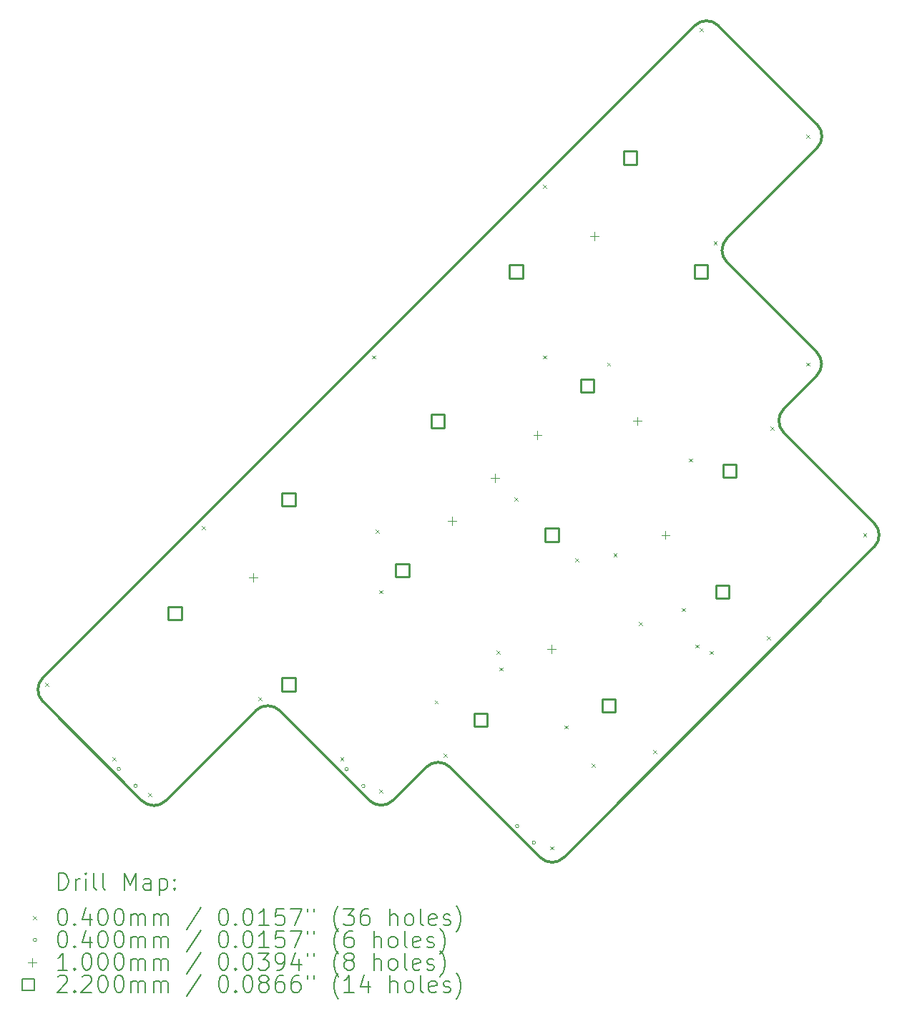
<source format=gbr>
%TF.GenerationSoftware,KiCad,Pcbnew,8.0.5*%
%TF.CreationDate,2024-09-18T07:32:04+09:00*%
%TF.ProjectId,SandyLP_Middle,53616e64-794c-4505-9f4d-6964646c652e,v.0*%
%TF.SameCoordinates,Original*%
%TF.FileFunction,Drillmap*%
%TF.FilePolarity,Positive*%
%FSLAX45Y45*%
G04 Gerber Fmt 4.5, Leading zero omitted, Abs format (unit mm)*
G04 Created by KiCad (PCBNEW 8.0.5) date 2024-09-18 07:32:04*
%MOMM*%
%LPD*%
G01*
G04 APERTURE LIST*
%ADD10C,0.300000*%
%ADD11C,0.200000*%
%ADD12C,0.100000*%
%ADD13C,0.220000*%
G04 APERTURE END LIST*
D10*
X11836527Y-9889275D02*
X10664056Y-8716804D01*
X12119370Y-9889275D02*
X13184273Y-8824373D01*
X14527776Y-9885033D02*
X13467116Y-8824373D01*
X14810618Y-9885033D02*
X15201295Y-9494356D01*
X16550101Y-10560320D02*
X15484138Y-9494356D01*
X16832944Y-10560320D02*
X20504298Y-6888370D01*
X20504298Y-6605527D02*
X19434334Y-5535563D01*
X19434334Y-5252721D02*
X19822536Y-4863105D01*
X19822536Y-4580262D02*
X18761335Y-3519062D01*
X18761335Y-3236219D02*
X19826945Y-2169195D01*
X18377884Y-720133D02*
X10664056Y-8433961D01*
X19826945Y-1886352D02*
X18660727Y-720133D01*
X10664056Y-8716804D02*
G75*
G02*
X10664056Y-8433961I141421J141421D01*
G01*
X12119370Y-9889275D02*
G75*
G02*
X11836527Y-9889276I-141421J141421D01*
G01*
X13184273Y-8824373D02*
G75*
G02*
X13467115Y-8824373I141421J-141421D01*
G01*
X14810618Y-9885033D02*
G75*
G02*
X14527776Y-9885033I-141421J141421D01*
G01*
X15201295Y-9494356D02*
G75*
G02*
X15484138Y-9494356I141421J-141421D01*
G01*
X16832944Y-10560320D02*
G75*
G02*
X16550101Y-10560320I-141421J141421D01*
G01*
X19434334Y-5535563D02*
G75*
G02*
X19434336Y-5252723I141409J141420D01*
G01*
X20504298Y-6605527D02*
G75*
G02*
X20504298Y-6888370I-141423J-141422D01*
G01*
X18761335Y-3519062D02*
G75*
G02*
X18761335Y-3236219I141421J141422D01*
G01*
X19822536Y-4580262D02*
G75*
G02*
X19822538Y-4863107I-141434J-141423D01*
G01*
X18377884Y-720133D02*
G75*
G02*
X18660726Y-720134I141421J-141421D01*
G01*
X19826945Y-1886352D02*
G75*
G02*
X19826945Y-2169195I-141419J-141421D01*
G01*
D11*
D12*
X10690507Y-8493469D02*
X10730507Y-8533469D01*
X10730507Y-8493469D02*
X10690507Y-8533469D01*
X11490312Y-9377464D02*
X11530312Y-9417464D01*
X11530312Y-9377464D02*
X11490312Y-9417464D01*
X11911261Y-9798414D02*
X11951261Y-9838414D01*
X11951261Y-9798414D02*
X11911261Y-9838414D01*
X12542686Y-6641290D02*
X12582686Y-6681290D01*
X12582686Y-6641290D02*
X12542686Y-6681290D01*
X13216206Y-8661849D02*
X13256206Y-8701849D01*
X13256206Y-8661849D02*
X13216206Y-8701849D01*
X14184391Y-9377464D02*
X14224391Y-9417464D01*
X14224391Y-9377464D02*
X14184391Y-9417464D01*
X14563242Y-4620734D02*
X14603242Y-4660734D01*
X14603242Y-4620734D02*
X14563242Y-4660734D01*
X14605341Y-6683385D02*
X14645341Y-6723385D01*
X14645341Y-6683385D02*
X14605341Y-6723385D01*
X14647432Y-9756318D02*
X14687432Y-9796318D01*
X14687432Y-9756318D02*
X14647432Y-9796318D01*
X14647436Y-7399000D02*
X14687436Y-7439000D01*
X14687436Y-7399000D02*
X14647436Y-7439000D01*
X15301509Y-8701845D02*
X15341509Y-8741845D01*
X15341509Y-8701845D02*
X15301509Y-8741845D01*
X15405141Y-9335368D02*
X15445141Y-9375368D01*
X15445141Y-9335368D02*
X15405141Y-9375368D01*
X16036570Y-8114614D02*
X16076570Y-8154614D01*
X16076570Y-8114614D02*
X16036570Y-8154614D01*
X16066728Y-8313157D02*
X16106728Y-8353157D01*
X16106728Y-8313157D02*
X16066728Y-8353157D01*
X16247045Y-6304530D02*
X16287045Y-6344530D01*
X16287045Y-6304530D02*
X16247045Y-6344530D01*
X16583805Y-2600171D02*
X16623805Y-2640171D01*
X16623805Y-2600171D02*
X16583805Y-2640171D01*
X16583805Y-4620731D02*
X16623805Y-4660731D01*
X16623805Y-4620731D02*
X16583805Y-4660731D01*
X16667990Y-10429837D02*
X16707990Y-10469837D01*
X16707990Y-10429837D02*
X16667990Y-10469837D01*
X16836375Y-8998609D02*
X16876375Y-9038609D01*
X16876375Y-8998609D02*
X16836375Y-9038609D01*
X16962660Y-7020145D02*
X17002660Y-7060145D01*
X17002660Y-7020145D02*
X16962660Y-7060145D01*
X17162965Y-9451378D02*
X17202965Y-9491378D01*
X17202965Y-9451378D02*
X17162965Y-9491378D01*
X17341515Y-4704921D02*
X17381515Y-4744921D01*
X17381515Y-4704921D02*
X17341515Y-4744921D01*
X17417523Y-6962362D02*
X17457523Y-7002362D01*
X17457523Y-6962362D02*
X17417523Y-7002362D01*
X17720370Y-7777854D02*
X17760370Y-7817854D01*
X17760370Y-7777854D02*
X17720370Y-7817854D01*
X17888750Y-9293274D02*
X17928750Y-9333274D01*
X17928750Y-9293274D02*
X17888750Y-9333274D01*
X18225509Y-7609474D02*
X18265509Y-7649474D01*
X18265509Y-7609474D02*
X18225509Y-7649474D01*
X18309699Y-5841485D02*
X18349699Y-5881485D01*
X18349699Y-5841485D02*
X18309699Y-5881485D01*
X18389795Y-8040700D02*
X18429795Y-8080700D01*
X18429795Y-8040700D02*
X18389795Y-8080700D01*
X18435978Y-747998D02*
X18475978Y-787998D01*
X18475978Y-747998D02*
X18435978Y-787998D01*
X18555965Y-8118200D02*
X18595965Y-8158200D01*
X18595965Y-8118200D02*
X18555965Y-8158200D01*
X18604358Y-3273696D02*
X18644358Y-3313696D01*
X18644358Y-3273696D02*
X18604358Y-3313696D01*
X19235789Y-7946234D02*
X19275789Y-7986234D01*
X19275789Y-7946234D02*
X19235789Y-7986234D01*
X19277877Y-5462633D02*
X19317877Y-5502633D01*
X19317877Y-5462633D02*
X19277877Y-5502633D01*
X19698826Y-2010847D02*
X19738826Y-2050847D01*
X19738826Y-2010847D02*
X19698826Y-2050847D01*
X19698826Y-4704924D02*
X19738826Y-4744924D01*
X19738826Y-4704924D02*
X19698826Y-4744924D01*
X20372346Y-6725481D02*
X20412346Y-6765481D01*
X20412346Y-6725481D02*
X20372346Y-6765481D01*
X11583233Y-9515572D02*
G75*
G02*
X11543233Y-9515572I-20000J0D01*
G01*
X11543233Y-9515572D02*
G75*
G02*
X11583233Y-9515572I20000J0D01*
G01*
X11781223Y-9713562D02*
G75*
G02*
X11741223Y-9713562I-20000J0D01*
G01*
X11741223Y-9713562D02*
G75*
G02*
X11781223Y-9713562I20000J0D01*
G01*
X14279081Y-9517343D02*
G75*
G02*
X14239081Y-9517343I-20000J0D01*
G01*
X14239081Y-9517343D02*
G75*
G02*
X14279081Y-9517343I20000J0D01*
G01*
X14477071Y-9715333D02*
G75*
G02*
X14437071Y-9715333I-20000J0D01*
G01*
X14437071Y-9715333D02*
G75*
G02*
X14477071Y-9715333I20000J0D01*
G01*
X16297868Y-10189092D02*
G75*
G02*
X16257868Y-10189092I-20000J0D01*
G01*
X16257868Y-10189092D02*
G75*
G02*
X16297868Y-10189092I20000J0D01*
G01*
X16495858Y-10387081D02*
G75*
G02*
X16455858Y-10387081I-20000J0D01*
G01*
X16455858Y-10387081D02*
G75*
G02*
X16495858Y-10387081I20000J0D01*
G01*
X13152014Y-7200621D02*
X13152014Y-7300621D01*
X13102014Y-7250621D02*
X13202014Y-7250621D01*
X15509331Y-6527102D02*
X15509331Y-6627102D01*
X15459331Y-6577102D02*
X15559331Y-6577102D01*
X16014471Y-6021962D02*
X16014471Y-6121962D01*
X15964471Y-6071962D02*
X16064471Y-6071962D01*
X16519610Y-5516823D02*
X16519610Y-5616823D01*
X16469610Y-5566823D02*
X16569610Y-5566823D01*
X16687990Y-8042520D02*
X16687990Y-8142520D01*
X16637990Y-8092520D02*
X16737990Y-8092520D01*
X17193129Y-3159506D02*
X17193129Y-3259506D01*
X17143129Y-3209506D02*
X17243129Y-3209506D01*
X17698269Y-5348443D02*
X17698269Y-5448443D01*
X17648269Y-5398443D02*
X17748269Y-5398443D01*
X18035028Y-6695481D02*
X18035028Y-6795481D01*
X17985028Y-6745481D02*
X18085028Y-6745481D01*
D13*
X12303707Y-7749353D02*
X12303707Y-7593788D01*
X12148142Y-7593788D01*
X12148142Y-7749353D01*
X12303707Y-7749353D01*
X13650746Y-6402314D02*
X13650746Y-6246749D01*
X13495181Y-6246749D01*
X13495181Y-6402314D01*
X13650746Y-6402314D01*
X13650746Y-8591252D02*
X13650746Y-8435687D01*
X13495181Y-8435687D01*
X13495181Y-8591252D01*
X13650746Y-8591252D01*
X14997784Y-7244213D02*
X14997784Y-7088648D01*
X14842219Y-7088648D01*
X14842219Y-7244213D01*
X14997784Y-7244213D01*
X15418734Y-5476226D02*
X15418734Y-5320661D01*
X15263169Y-5320661D01*
X15263169Y-5476226D01*
X15418734Y-5476226D01*
X15923873Y-9012201D02*
X15923873Y-8856636D01*
X15768308Y-8856636D01*
X15768308Y-9012201D01*
X15923873Y-9012201D01*
X16344823Y-3708238D02*
X16344823Y-3552673D01*
X16189258Y-3552673D01*
X16189258Y-3708238D01*
X16344823Y-3708238D01*
X16765772Y-6823264D02*
X16765772Y-6667699D01*
X16610207Y-6667699D01*
X16610207Y-6823264D01*
X16765772Y-6823264D01*
X17186722Y-5055276D02*
X17186722Y-4899711D01*
X17031157Y-4899711D01*
X17031157Y-5055276D01*
X17186722Y-5055276D01*
X17439292Y-8843822D02*
X17439292Y-8688257D01*
X17283727Y-8688257D01*
X17283727Y-8843822D01*
X17439292Y-8843822D01*
X17691861Y-2361199D02*
X17691861Y-2205634D01*
X17536296Y-2205634D01*
X17536296Y-2361199D01*
X17691861Y-2361199D01*
X18533760Y-3708238D02*
X18533760Y-3552673D01*
X18378195Y-3552673D01*
X18378195Y-3708238D01*
X18533760Y-3708238D01*
X18786330Y-7496783D02*
X18786330Y-7341218D01*
X18630765Y-7341218D01*
X18630765Y-7496783D01*
X18786330Y-7496783D01*
X18870520Y-6065555D02*
X18870520Y-5909990D01*
X18714955Y-5909990D01*
X18714955Y-6065555D01*
X18870520Y-6065555D01*
D11*
X10851254Y-10945382D02*
X10851254Y-10745382D01*
X10851254Y-10745382D02*
X10898873Y-10745382D01*
X10898873Y-10745382D02*
X10927445Y-10754906D01*
X10927445Y-10754906D02*
X10946492Y-10773954D01*
X10946492Y-10773954D02*
X10956016Y-10793001D01*
X10956016Y-10793001D02*
X10965540Y-10831097D01*
X10965540Y-10831097D02*
X10965540Y-10859668D01*
X10965540Y-10859668D02*
X10956016Y-10897763D01*
X10956016Y-10897763D02*
X10946492Y-10916811D01*
X10946492Y-10916811D02*
X10927445Y-10935859D01*
X10927445Y-10935859D02*
X10898873Y-10945382D01*
X10898873Y-10945382D02*
X10851254Y-10945382D01*
X11051254Y-10945382D02*
X11051254Y-10812049D01*
X11051254Y-10850144D02*
X11060778Y-10831097D01*
X11060778Y-10831097D02*
X11070302Y-10821573D01*
X11070302Y-10821573D02*
X11089349Y-10812049D01*
X11089349Y-10812049D02*
X11108397Y-10812049D01*
X11175064Y-10945382D02*
X11175064Y-10812049D01*
X11175064Y-10745382D02*
X11165540Y-10754906D01*
X11165540Y-10754906D02*
X11175064Y-10764430D01*
X11175064Y-10764430D02*
X11184587Y-10754906D01*
X11184587Y-10754906D02*
X11175064Y-10745382D01*
X11175064Y-10745382D02*
X11175064Y-10764430D01*
X11298873Y-10945382D02*
X11279825Y-10935859D01*
X11279825Y-10935859D02*
X11270302Y-10916811D01*
X11270302Y-10916811D02*
X11270302Y-10745382D01*
X11403635Y-10945382D02*
X11384587Y-10935859D01*
X11384587Y-10935859D02*
X11375063Y-10916811D01*
X11375063Y-10916811D02*
X11375063Y-10745382D01*
X11632206Y-10945382D02*
X11632206Y-10745382D01*
X11632206Y-10745382D02*
X11698873Y-10888239D01*
X11698873Y-10888239D02*
X11765540Y-10745382D01*
X11765540Y-10745382D02*
X11765540Y-10945382D01*
X11946492Y-10945382D02*
X11946492Y-10840620D01*
X11946492Y-10840620D02*
X11936968Y-10821573D01*
X11936968Y-10821573D02*
X11917921Y-10812049D01*
X11917921Y-10812049D02*
X11879825Y-10812049D01*
X11879825Y-10812049D02*
X11860778Y-10821573D01*
X11946492Y-10935859D02*
X11927444Y-10945382D01*
X11927444Y-10945382D02*
X11879825Y-10945382D01*
X11879825Y-10945382D02*
X11860778Y-10935859D01*
X11860778Y-10935859D02*
X11851254Y-10916811D01*
X11851254Y-10916811D02*
X11851254Y-10897763D01*
X11851254Y-10897763D02*
X11860778Y-10878716D01*
X11860778Y-10878716D02*
X11879825Y-10869192D01*
X11879825Y-10869192D02*
X11927444Y-10869192D01*
X11927444Y-10869192D02*
X11946492Y-10859668D01*
X12041730Y-10812049D02*
X12041730Y-11012049D01*
X12041730Y-10821573D02*
X12060778Y-10812049D01*
X12060778Y-10812049D02*
X12098873Y-10812049D01*
X12098873Y-10812049D02*
X12117921Y-10821573D01*
X12117921Y-10821573D02*
X12127444Y-10831097D01*
X12127444Y-10831097D02*
X12136968Y-10850144D01*
X12136968Y-10850144D02*
X12136968Y-10907287D01*
X12136968Y-10907287D02*
X12127444Y-10926335D01*
X12127444Y-10926335D02*
X12117921Y-10935859D01*
X12117921Y-10935859D02*
X12098873Y-10945382D01*
X12098873Y-10945382D02*
X12060778Y-10945382D01*
X12060778Y-10945382D02*
X12041730Y-10935859D01*
X12222683Y-10926335D02*
X12232206Y-10935859D01*
X12232206Y-10935859D02*
X12222683Y-10945382D01*
X12222683Y-10945382D02*
X12213159Y-10935859D01*
X12213159Y-10935859D02*
X12222683Y-10926335D01*
X12222683Y-10926335D02*
X12222683Y-10945382D01*
X12222683Y-10821573D02*
X12232206Y-10831097D01*
X12232206Y-10831097D02*
X12222683Y-10840620D01*
X12222683Y-10840620D02*
X12213159Y-10831097D01*
X12213159Y-10831097D02*
X12222683Y-10821573D01*
X12222683Y-10821573D02*
X12222683Y-10840620D01*
D12*
X10550477Y-11253898D02*
X10590477Y-11293898D01*
X10590477Y-11253898D02*
X10550477Y-11293898D01*
D11*
X10889349Y-11165382D02*
X10908397Y-11165382D01*
X10908397Y-11165382D02*
X10927445Y-11174906D01*
X10927445Y-11174906D02*
X10936968Y-11184430D01*
X10936968Y-11184430D02*
X10946492Y-11203477D01*
X10946492Y-11203477D02*
X10956016Y-11241573D01*
X10956016Y-11241573D02*
X10956016Y-11289192D01*
X10956016Y-11289192D02*
X10946492Y-11327287D01*
X10946492Y-11327287D02*
X10936968Y-11346335D01*
X10936968Y-11346335D02*
X10927445Y-11355858D01*
X10927445Y-11355858D02*
X10908397Y-11365382D01*
X10908397Y-11365382D02*
X10889349Y-11365382D01*
X10889349Y-11365382D02*
X10870302Y-11355858D01*
X10870302Y-11355858D02*
X10860778Y-11346335D01*
X10860778Y-11346335D02*
X10851254Y-11327287D01*
X10851254Y-11327287D02*
X10841730Y-11289192D01*
X10841730Y-11289192D02*
X10841730Y-11241573D01*
X10841730Y-11241573D02*
X10851254Y-11203477D01*
X10851254Y-11203477D02*
X10860778Y-11184430D01*
X10860778Y-11184430D02*
X10870302Y-11174906D01*
X10870302Y-11174906D02*
X10889349Y-11165382D01*
X11041730Y-11346335D02*
X11051254Y-11355858D01*
X11051254Y-11355858D02*
X11041730Y-11365382D01*
X11041730Y-11365382D02*
X11032206Y-11355858D01*
X11032206Y-11355858D02*
X11041730Y-11346335D01*
X11041730Y-11346335D02*
X11041730Y-11365382D01*
X11222683Y-11232049D02*
X11222683Y-11365382D01*
X11175064Y-11155859D02*
X11127445Y-11298716D01*
X11127445Y-11298716D02*
X11251254Y-11298716D01*
X11365540Y-11165382D02*
X11384587Y-11165382D01*
X11384587Y-11165382D02*
X11403635Y-11174906D01*
X11403635Y-11174906D02*
X11413159Y-11184430D01*
X11413159Y-11184430D02*
X11422683Y-11203477D01*
X11422683Y-11203477D02*
X11432206Y-11241573D01*
X11432206Y-11241573D02*
X11432206Y-11289192D01*
X11432206Y-11289192D02*
X11422683Y-11327287D01*
X11422683Y-11327287D02*
X11413159Y-11346335D01*
X11413159Y-11346335D02*
X11403635Y-11355858D01*
X11403635Y-11355858D02*
X11384587Y-11365382D01*
X11384587Y-11365382D02*
X11365540Y-11365382D01*
X11365540Y-11365382D02*
X11346492Y-11355858D01*
X11346492Y-11355858D02*
X11336968Y-11346335D01*
X11336968Y-11346335D02*
X11327444Y-11327287D01*
X11327444Y-11327287D02*
X11317921Y-11289192D01*
X11317921Y-11289192D02*
X11317921Y-11241573D01*
X11317921Y-11241573D02*
X11327444Y-11203477D01*
X11327444Y-11203477D02*
X11336968Y-11184430D01*
X11336968Y-11184430D02*
X11346492Y-11174906D01*
X11346492Y-11174906D02*
X11365540Y-11165382D01*
X11556016Y-11165382D02*
X11575064Y-11165382D01*
X11575064Y-11165382D02*
X11594111Y-11174906D01*
X11594111Y-11174906D02*
X11603635Y-11184430D01*
X11603635Y-11184430D02*
X11613159Y-11203477D01*
X11613159Y-11203477D02*
X11622683Y-11241573D01*
X11622683Y-11241573D02*
X11622683Y-11289192D01*
X11622683Y-11289192D02*
X11613159Y-11327287D01*
X11613159Y-11327287D02*
X11603635Y-11346335D01*
X11603635Y-11346335D02*
X11594111Y-11355858D01*
X11594111Y-11355858D02*
X11575064Y-11365382D01*
X11575064Y-11365382D02*
X11556016Y-11365382D01*
X11556016Y-11365382D02*
X11536968Y-11355858D01*
X11536968Y-11355858D02*
X11527444Y-11346335D01*
X11527444Y-11346335D02*
X11517921Y-11327287D01*
X11517921Y-11327287D02*
X11508397Y-11289192D01*
X11508397Y-11289192D02*
X11508397Y-11241573D01*
X11508397Y-11241573D02*
X11517921Y-11203477D01*
X11517921Y-11203477D02*
X11527444Y-11184430D01*
X11527444Y-11184430D02*
X11536968Y-11174906D01*
X11536968Y-11174906D02*
X11556016Y-11165382D01*
X11708397Y-11365382D02*
X11708397Y-11232049D01*
X11708397Y-11251096D02*
X11717921Y-11241573D01*
X11717921Y-11241573D02*
X11736968Y-11232049D01*
X11736968Y-11232049D02*
X11765540Y-11232049D01*
X11765540Y-11232049D02*
X11784587Y-11241573D01*
X11784587Y-11241573D02*
X11794111Y-11260620D01*
X11794111Y-11260620D02*
X11794111Y-11365382D01*
X11794111Y-11260620D02*
X11803635Y-11241573D01*
X11803635Y-11241573D02*
X11822683Y-11232049D01*
X11822683Y-11232049D02*
X11851254Y-11232049D01*
X11851254Y-11232049D02*
X11870302Y-11241573D01*
X11870302Y-11241573D02*
X11879825Y-11260620D01*
X11879825Y-11260620D02*
X11879825Y-11365382D01*
X11975064Y-11365382D02*
X11975064Y-11232049D01*
X11975064Y-11251096D02*
X11984587Y-11241573D01*
X11984587Y-11241573D02*
X12003635Y-11232049D01*
X12003635Y-11232049D02*
X12032206Y-11232049D01*
X12032206Y-11232049D02*
X12051254Y-11241573D01*
X12051254Y-11241573D02*
X12060778Y-11260620D01*
X12060778Y-11260620D02*
X12060778Y-11365382D01*
X12060778Y-11260620D02*
X12070302Y-11241573D01*
X12070302Y-11241573D02*
X12089349Y-11232049D01*
X12089349Y-11232049D02*
X12117921Y-11232049D01*
X12117921Y-11232049D02*
X12136968Y-11241573D01*
X12136968Y-11241573D02*
X12146492Y-11260620D01*
X12146492Y-11260620D02*
X12146492Y-11365382D01*
X12536968Y-11155859D02*
X12365540Y-11413001D01*
X12794111Y-11165382D02*
X12813159Y-11165382D01*
X12813159Y-11165382D02*
X12832207Y-11174906D01*
X12832207Y-11174906D02*
X12841730Y-11184430D01*
X12841730Y-11184430D02*
X12851254Y-11203477D01*
X12851254Y-11203477D02*
X12860778Y-11241573D01*
X12860778Y-11241573D02*
X12860778Y-11289192D01*
X12860778Y-11289192D02*
X12851254Y-11327287D01*
X12851254Y-11327287D02*
X12841730Y-11346335D01*
X12841730Y-11346335D02*
X12832207Y-11355858D01*
X12832207Y-11355858D02*
X12813159Y-11365382D01*
X12813159Y-11365382D02*
X12794111Y-11365382D01*
X12794111Y-11365382D02*
X12775064Y-11355858D01*
X12775064Y-11355858D02*
X12765540Y-11346335D01*
X12765540Y-11346335D02*
X12756016Y-11327287D01*
X12756016Y-11327287D02*
X12746492Y-11289192D01*
X12746492Y-11289192D02*
X12746492Y-11241573D01*
X12746492Y-11241573D02*
X12756016Y-11203477D01*
X12756016Y-11203477D02*
X12765540Y-11184430D01*
X12765540Y-11184430D02*
X12775064Y-11174906D01*
X12775064Y-11174906D02*
X12794111Y-11165382D01*
X12946492Y-11346335D02*
X12956016Y-11355858D01*
X12956016Y-11355858D02*
X12946492Y-11365382D01*
X12946492Y-11365382D02*
X12936968Y-11355858D01*
X12936968Y-11355858D02*
X12946492Y-11346335D01*
X12946492Y-11346335D02*
X12946492Y-11365382D01*
X13079826Y-11165382D02*
X13098873Y-11165382D01*
X13098873Y-11165382D02*
X13117921Y-11174906D01*
X13117921Y-11174906D02*
X13127445Y-11184430D01*
X13127445Y-11184430D02*
X13136968Y-11203477D01*
X13136968Y-11203477D02*
X13146492Y-11241573D01*
X13146492Y-11241573D02*
X13146492Y-11289192D01*
X13146492Y-11289192D02*
X13136968Y-11327287D01*
X13136968Y-11327287D02*
X13127445Y-11346335D01*
X13127445Y-11346335D02*
X13117921Y-11355858D01*
X13117921Y-11355858D02*
X13098873Y-11365382D01*
X13098873Y-11365382D02*
X13079826Y-11365382D01*
X13079826Y-11365382D02*
X13060778Y-11355858D01*
X13060778Y-11355858D02*
X13051254Y-11346335D01*
X13051254Y-11346335D02*
X13041730Y-11327287D01*
X13041730Y-11327287D02*
X13032207Y-11289192D01*
X13032207Y-11289192D02*
X13032207Y-11241573D01*
X13032207Y-11241573D02*
X13041730Y-11203477D01*
X13041730Y-11203477D02*
X13051254Y-11184430D01*
X13051254Y-11184430D02*
X13060778Y-11174906D01*
X13060778Y-11174906D02*
X13079826Y-11165382D01*
X13336968Y-11365382D02*
X13222683Y-11365382D01*
X13279826Y-11365382D02*
X13279826Y-11165382D01*
X13279826Y-11165382D02*
X13260778Y-11193954D01*
X13260778Y-11193954D02*
X13241730Y-11213001D01*
X13241730Y-11213001D02*
X13222683Y-11222525D01*
X13517921Y-11165382D02*
X13422683Y-11165382D01*
X13422683Y-11165382D02*
X13413159Y-11260620D01*
X13413159Y-11260620D02*
X13422683Y-11251096D01*
X13422683Y-11251096D02*
X13441730Y-11241573D01*
X13441730Y-11241573D02*
X13489349Y-11241573D01*
X13489349Y-11241573D02*
X13508397Y-11251096D01*
X13508397Y-11251096D02*
X13517921Y-11260620D01*
X13517921Y-11260620D02*
X13527445Y-11279668D01*
X13527445Y-11279668D02*
X13527445Y-11327287D01*
X13527445Y-11327287D02*
X13517921Y-11346335D01*
X13517921Y-11346335D02*
X13508397Y-11355858D01*
X13508397Y-11355858D02*
X13489349Y-11365382D01*
X13489349Y-11365382D02*
X13441730Y-11365382D01*
X13441730Y-11365382D02*
X13422683Y-11355858D01*
X13422683Y-11355858D02*
X13413159Y-11346335D01*
X13594111Y-11165382D02*
X13727445Y-11165382D01*
X13727445Y-11165382D02*
X13641730Y-11365382D01*
X13794111Y-11165382D02*
X13794111Y-11203477D01*
X13870302Y-11165382D02*
X13870302Y-11203477D01*
X14165540Y-11441573D02*
X14156016Y-11432049D01*
X14156016Y-11432049D02*
X14136969Y-11403477D01*
X14136969Y-11403477D02*
X14127445Y-11384430D01*
X14127445Y-11384430D02*
X14117921Y-11355858D01*
X14117921Y-11355858D02*
X14108397Y-11308239D01*
X14108397Y-11308239D02*
X14108397Y-11270144D01*
X14108397Y-11270144D02*
X14117921Y-11222525D01*
X14117921Y-11222525D02*
X14127445Y-11193954D01*
X14127445Y-11193954D02*
X14136969Y-11174906D01*
X14136969Y-11174906D02*
X14156016Y-11146335D01*
X14156016Y-11146335D02*
X14165540Y-11136811D01*
X14222683Y-11165382D02*
X14346492Y-11165382D01*
X14346492Y-11165382D02*
X14279826Y-11241573D01*
X14279826Y-11241573D02*
X14308397Y-11241573D01*
X14308397Y-11241573D02*
X14327445Y-11251096D01*
X14327445Y-11251096D02*
X14336969Y-11260620D01*
X14336969Y-11260620D02*
X14346492Y-11279668D01*
X14346492Y-11279668D02*
X14346492Y-11327287D01*
X14346492Y-11327287D02*
X14336969Y-11346335D01*
X14336969Y-11346335D02*
X14327445Y-11355858D01*
X14327445Y-11355858D02*
X14308397Y-11365382D01*
X14308397Y-11365382D02*
X14251254Y-11365382D01*
X14251254Y-11365382D02*
X14232207Y-11355858D01*
X14232207Y-11355858D02*
X14222683Y-11346335D01*
X14517921Y-11165382D02*
X14479826Y-11165382D01*
X14479826Y-11165382D02*
X14460778Y-11174906D01*
X14460778Y-11174906D02*
X14451254Y-11184430D01*
X14451254Y-11184430D02*
X14432207Y-11213001D01*
X14432207Y-11213001D02*
X14422683Y-11251096D01*
X14422683Y-11251096D02*
X14422683Y-11327287D01*
X14422683Y-11327287D02*
X14432207Y-11346335D01*
X14432207Y-11346335D02*
X14441730Y-11355858D01*
X14441730Y-11355858D02*
X14460778Y-11365382D01*
X14460778Y-11365382D02*
X14498873Y-11365382D01*
X14498873Y-11365382D02*
X14517921Y-11355858D01*
X14517921Y-11355858D02*
X14527445Y-11346335D01*
X14527445Y-11346335D02*
X14536969Y-11327287D01*
X14536969Y-11327287D02*
X14536969Y-11279668D01*
X14536969Y-11279668D02*
X14527445Y-11260620D01*
X14527445Y-11260620D02*
X14517921Y-11251096D01*
X14517921Y-11251096D02*
X14498873Y-11241573D01*
X14498873Y-11241573D02*
X14460778Y-11241573D01*
X14460778Y-11241573D02*
X14441730Y-11251096D01*
X14441730Y-11251096D02*
X14432207Y-11260620D01*
X14432207Y-11260620D02*
X14422683Y-11279668D01*
X14775064Y-11365382D02*
X14775064Y-11165382D01*
X14860778Y-11365382D02*
X14860778Y-11260620D01*
X14860778Y-11260620D02*
X14851254Y-11241573D01*
X14851254Y-11241573D02*
X14832207Y-11232049D01*
X14832207Y-11232049D02*
X14803635Y-11232049D01*
X14803635Y-11232049D02*
X14784588Y-11241573D01*
X14784588Y-11241573D02*
X14775064Y-11251096D01*
X14984588Y-11365382D02*
X14965540Y-11355858D01*
X14965540Y-11355858D02*
X14956016Y-11346335D01*
X14956016Y-11346335D02*
X14946492Y-11327287D01*
X14946492Y-11327287D02*
X14946492Y-11270144D01*
X14946492Y-11270144D02*
X14956016Y-11251096D01*
X14956016Y-11251096D02*
X14965540Y-11241573D01*
X14965540Y-11241573D02*
X14984588Y-11232049D01*
X14984588Y-11232049D02*
X15013159Y-11232049D01*
X15013159Y-11232049D02*
X15032207Y-11241573D01*
X15032207Y-11241573D02*
X15041731Y-11251096D01*
X15041731Y-11251096D02*
X15051254Y-11270144D01*
X15051254Y-11270144D02*
X15051254Y-11327287D01*
X15051254Y-11327287D02*
X15041731Y-11346335D01*
X15041731Y-11346335D02*
X15032207Y-11355858D01*
X15032207Y-11355858D02*
X15013159Y-11365382D01*
X15013159Y-11365382D02*
X14984588Y-11365382D01*
X15165540Y-11365382D02*
X15146492Y-11355858D01*
X15146492Y-11355858D02*
X15136969Y-11336811D01*
X15136969Y-11336811D02*
X15136969Y-11165382D01*
X15317921Y-11355858D02*
X15298873Y-11365382D01*
X15298873Y-11365382D02*
X15260778Y-11365382D01*
X15260778Y-11365382D02*
X15241731Y-11355858D01*
X15241731Y-11355858D02*
X15232207Y-11336811D01*
X15232207Y-11336811D02*
X15232207Y-11260620D01*
X15232207Y-11260620D02*
X15241731Y-11241573D01*
X15241731Y-11241573D02*
X15260778Y-11232049D01*
X15260778Y-11232049D02*
X15298873Y-11232049D01*
X15298873Y-11232049D02*
X15317921Y-11241573D01*
X15317921Y-11241573D02*
X15327445Y-11260620D01*
X15327445Y-11260620D02*
X15327445Y-11279668D01*
X15327445Y-11279668D02*
X15232207Y-11298716D01*
X15403635Y-11355858D02*
X15422683Y-11365382D01*
X15422683Y-11365382D02*
X15460778Y-11365382D01*
X15460778Y-11365382D02*
X15479826Y-11355858D01*
X15479826Y-11355858D02*
X15489350Y-11336811D01*
X15489350Y-11336811D02*
X15489350Y-11327287D01*
X15489350Y-11327287D02*
X15479826Y-11308239D01*
X15479826Y-11308239D02*
X15460778Y-11298716D01*
X15460778Y-11298716D02*
X15432207Y-11298716D01*
X15432207Y-11298716D02*
X15413159Y-11289192D01*
X15413159Y-11289192D02*
X15403635Y-11270144D01*
X15403635Y-11270144D02*
X15403635Y-11260620D01*
X15403635Y-11260620D02*
X15413159Y-11241573D01*
X15413159Y-11241573D02*
X15432207Y-11232049D01*
X15432207Y-11232049D02*
X15460778Y-11232049D01*
X15460778Y-11232049D02*
X15479826Y-11241573D01*
X15556016Y-11441573D02*
X15565540Y-11432049D01*
X15565540Y-11432049D02*
X15584588Y-11403477D01*
X15584588Y-11403477D02*
X15594112Y-11384430D01*
X15594112Y-11384430D02*
X15603635Y-11355858D01*
X15603635Y-11355858D02*
X15613159Y-11308239D01*
X15613159Y-11308239D02*
X15613159Y-11270144D01*
X15613159Y-11270144D02*
X15603635Y-11222525D01*
X15603635Y-11222525D02*
X15594112Y-11193954D01*
X15594112Y-11193954D02*
X15584588Y-11174906D01*
X15584588Y-11174906D02*
X15565540Y-11146335D01*
X15565540Y-11146335D02*
X15556016Y-11136811D01*
D12*
X10590477Y-11537898D02*
G75*
G02*
X10550477Y-11537898I-20000J0D01*
G01*
X10550477Y-11537898D02*
G75*
G02*
X10590477Y-11537898I20000J0D01*
G01*
D11*
X10889349Y-11429382D02*
X10908397Y-11429382D01*
X10908397Y-11429382D02*
X10927445Y-11438906D01*
X10927445Y-11438906D02*
X10936968Y-11448430D01*
X10936968Y-11448430D02*
X10946492Y-11467477D01*
X10946492Y-11467477D02*
X10956016Y-11505573D01*
X10956016Y-11505573D02*
X10956016Y-11553192D01*
X10956016Y-11553192D02*
X10946492Y-11591287D01*
X10946492Y-11591287D02*
X10936968Y-11610335D01*
X10936968Y-11610335D02*
X10927445Y-11619858D01*
X10927445Y-11619858D02*
X10908397Y-11629382D01*
X10908397Y-11629382D02*
X10889349Y-11629382D01*
X10889349Y-11629382D02*
X10870302Y-11619858D01*
X10870302Y-11619858D02*
X10860778Y-11610335D01*
X10860778Y-11610335D02*
X10851254Y-11591287D01*
X10851254Y-11591287D02*
X10841730Y-11553192D01*
X10841730Y-11553192D02*
X10841730Y-11505573D01*
X10841730Y-11505573D02*
X10851254Y-11467477D01*
X10851254Y-11467477D02*
X10860778Y-11448430D01*
X10860778Y-11448430D02*
X10870302Y-11438906D01*
X10870302Y-11438906D02*
X10889349Y-11429382D01*
X11041730Y-11610335D02*
X11051254Y-11619858D01*
X11051254Y-11619858D02*
X11041730Y-11629382D01*
X11041730Y-11629382D02*
X11032206Y-11619858D01*
X11032206Y-11619858D02*
X11041730Y-11610335D01*
X11041730Y-11610335D02*
X11041730Y-11629382D01*
X11222683Y-11496049D02*
X11222683Y-11629382D01*
X11175064Y-11419858D02*
X11127445Y-11562716D01*
X11127445Y-11562716D02*
X11251254Y-11562716D01*
X11365540Y-11429382D02*
X11384587Y-11429382D01*
X11384587Y-11429382D02*
X11403635Y-11438906D01*
X11403635Y-11438906D02*
X11413159Y-11448430D01*
X11413159Y-11448430D02*
X11422683Y-11467477D01*
X11422683Y-11467477D02*
X11432206Y-11505573D01*
X11432206Y-11505573D02*
X11432206Y-11553192D01*
X11432206Y-11553192D02*
X11422683Y-11591287D01*
X11422683Y-11591287D02*
X11413159Y-11610335D01*
X11413159Y-11610335D02*
X11403635Y-11619858D01*
X11403635Y-11619858D02*
X11384587Y-11629382D01*
X11384587Y-11629382D02*
X11365540Y-11629382D01*
X11365540Y-11629382D02*
X11346492Y-11619858D01*
X11346492Y-11619858D02*
X11336968Y-11610335D01*
X11336968Y-11610335D02*
X11327444Y-11591287D01*
X11327444Y-11591287D02*
X11317921Y-11553192D01*
X11317921Y-11553192D02*
X11317921Y-11505573D01*
X11317921Y-11505573D02*
X11327444Y-11467477D01*
X11327444Y-11467477D02*
X11336968Y-11448430D01*
X11336968Y-11448430D02*
X11346492Y-11438906D01*
X11346492Y-11438906D02*
X11365540Y-11429382D01*
X11556016Y-11429382D02*
X11575064Y-11429382D01*
X11575064Y-11429382D02*
X11594111Y-11438906D01*
X11594111Y-11438906D02*
X11603635Y-11448430D01*
X11603635Y-11448430D02*
X11613159Y-11467477D01*
X11613159Y-11467477D02*
X11622683Y-11505573D01*
X11622683Y-11505573D02*
X11622683Y-11553192D01*
X11622683Y-11553192D02*
X11613159Y-11591287D01*
X11613159Y-11591287D02*
X11603635Y-11610335D01*
X11603635Y-11610335D02*
X11594111Y-11619858D01*
X11594111Y-11619858D02*
X11575064Y-11629382D01*
X11575064Y-11629382D02*
X11556016Y-11629382D01*
X11556016Y-11629382D02*
X11536968Y-11619858D01*
X11536968Y-11619858D02*
X11527444Y-11610335D01*
X11527444Y-11610335D02*
X11517921Y-11591287D01*
X11517921Y-11591287D02*
X11508397Y-11553192D01*
X11508397Y-11553192D02*
X11508397Y-11505573D01*
X11508397Y-11505573D02*
X11517921Y-11467477D01*
X11517921Y-11467477D02*
X11527444Y-11448430D01*
X11527444Y-11448430D02*
X11536968Y-11438906D01*
X11536968Y-11438906D02*
X11556016Y-11429382D01*
X11708397Y-11629382D02*
X11708397Y-11496049D01*
X11708397Y-11515096D02*
X11717921Y-11505573D01*
X11717921Y-11505573D02*
X11736968Y-11496049D01*
X11736968Y-11496049D02*
X11765540Y-11496049D01*
X11765540Y-11496049D02*
X11784587Y-11505573D01*
X11784587Y-11505573D02*
X11794111Y-11524620D01*
X11794111Y-11524620D02*
X11794111Y-11629382D01*
X11794111Y-11524620D02*
X11803635Y-11505573D01*
X11803635Y-11505573D02*
X11822683Y-11496049D01*
X11822683Y-11496049D02*
X11851254Y-11496049D01*
X11851254Y-11496049D02*
X11870302Y-11505573D01*
X11870302Y-11505573D02*
X11879825Y-11524620D01*
X11879825Y-11524620D02*
X11879825Y-11629382D01*
X11975064Y-11629382D02*
X11975064Y-11496049D01*
X11975064Y-11515096D02*
X11984587Y-11505573D01*
X11984587Y-11505573D02*
X12003635Y-11496049D01*
X12003635Y-11496049D02*
X12032206Y-11496049D01*
X12032206Y-11496049D02*
X12051254Y-11505573D01*
X12051254Y-11505573D02*
X12060778Y-11524620D01*
X12060778Y-11524620D02*
X12060778Y-11629382D01*
X12060778Y-11524620D02*
X12070302Y-11505573D01*
X12070302Y-11505573D02*
X12089349Y-11496049D01*
X12089349Y-11496049D02*
X12117921Y-11496049D01*
X12117921Y-11496049D02*
X12136968Y-11505573D01*
X12136968Y-11505573D02*
X12146492Y-11524620D01*
X12146492Y-11524620D02*
X12146492Y-11629382D01*
X12536968Y-11419858D02*
X12365540Y-11677001D01*
X12794111Y-11429382D02*
X12813159Y-11429382D01*
X12813159Y-11429382D02*
X12832207Y-11438906D01*
X12832207Y-11438906D02*
X12841730Y-11448430D01*
X12841730Y-11448430D02*
X12851254Y-11467477D01*
X12851254Y-11467477D02*
X12860778Y-11505573D01*
X12860778Y-11505573D02*
X12860778Y-11553192D01*
X12860778Y-11553192D02*
X12851254Y-11591287D01*
X12851254Y-11591287D02*
X12841730Y-11610335D01*
X12841730Y-11610335D02*
X12832207Y-11619858D01*
X12832207Y-11619858D02*
X12813159Y-11629382D01*
X12813159Y-11629382D02*
X12794111Y-11629382D01*
X12794111Y-11629382D02*
X12775064Y-11619858D01*
X12775064Y-11619858D02*
X12765540Y-11610335D01*
X12765540Y-11610335D02*
X12756016Y-11591287D01*
X12756016Y-11591287D02*
X12746492Y-11553192D01*
X12746492Y-11553192D02*
X12746492Y-11505573D01*
X12746492Y-11505573D02*
X12756016Y-11467477D01*
X12756016Y-11467477D02*
X12765540Y-11448430D01*
X12765540Y-11448430D02*
X12775064Y-11438906D01*
X12775064Y-11438906D02*
X12794111Y-11429382D01*
X12946492Y-11610335D02*
X12956016Y-11619858D01*
X12956016Y-11619858D02*
X12946492Y-11629382D01*
X12946492Y-11629382D02*
X12936968Y-11619858D01*
X12936968Y-11619858D02*
X12946492Y-11610335D01*
X12946492Y-11610335D02*
X12946492Y-11629382D01*
X13079826Y-11429382D02*
X13098873Y-11429382D01*
X13098873Y-11429382D02*
X13117921Y-11438906D01*
X13117921Y-11438906D02*
X13127445Y-11448430D01*
X13127445Y-11448430D02*
X13136968Y-11467477D01*
X13136968Y-11467477D02*
X13146492Y-11505573D01*
X13146492Y-11505573D02*
X13146492Y-11553192D01*
X13146492Y-11553192D02*
X13136968Y-11591287D01*
X13136968Y-11591287D02*
X13127445Y-11610335D01*
X13127445Y-11610335D02*
X13117921Y-11619858D01*
X13117921Y-11619858D02*
X13098873Y-11629382D01*
X13098873Y-11629382D02*
X13079826Y-11629382D01*
X13079826Y-11629382D02*
X13060778Y-11619858D01*
X13060778Y-11619858D02*
X13051254Y-11610335D01*
X13051254Y-11610335D02*
X13041730Y-11591287D01*
X13041730Y-11591287D02*
X13032207Y-11553192D01*
X13032207Y-11553192D02*
X13032207Y-11505573D01*
X13032207Y-11505573D02*
X13041730Y-11467477D01*
X13041730Y-11467477D02*
X13051254Y-11448430D01*
X13051254Y-11448430D02*
X13060778Y-11438906D01*
X13060778Y-11438906D02*
X13079826Y-11429382D01*
X13336968Y-11629382D02*
X13222683Y-11629382D01*
X13279826Y-11629382D02*
X13279826Y-11429382D01*
X13279826Y-11429382D02*
X13260778Y-11457954D01*
X13260778Y-11457954D02*
X13241730Y-11477001D01*
X13241730Y-11477001D02*
X13222683Y-11486525D01*
X13517921Y-11429382D02*
X13422683Y-11429382D01*
X13422683Y-11429382D02*
X13413159Y-11524620D01*
X13413159Y-11524620D02*
X13422683Y-11515096D01*
X13422683Y-11515096D02*
X13441730Y-11505573D01*
X13441730Y-11505573D02*
X13489349Y-11505573D01*
X13489349Y-11505573D02*
X13508397Y-11515096D01*
X13508397Y-11515096D02*
X13517921Y-11524620D01*
X13517921Y-11524620D02*
X13527445Y-11543668D01*
X13527445Y-11543668D02*
X13527445Y-11591287D01*
X13527445Y-11591287D02*
X13517921Y-11610335D01*
X13517921Y-11610335D02*
X13508397Y-11619858D01*
X13508397Y-11619858D02*
X13489349Y-11629382D01*
X13489349Y-11629382D02*
X13441730Y-11629382D01*
X13441730Y-11629382D02*
X13422683Y-11619858D01*
X13422683Y-11619858D02*
X13413159Y-11610335D01*
X13594111Y-11429382D02*
X13727445Y-11429382D01*
X13727445Y-11429382D02*
X13641730Y-11629382D01*
X13794111Y-11429382D02*
X13794111Y-11467477D01*
X13870302Y-11429382D02*
X13870302Y-11467477D01*
X14165540Y-11705573D02*
X14156016Y-11696049D01*
X14156016Y-11696049D02*
X14136969Y-11667477D01*
X14136969Y-11667477D02*
X14127445Y-11648430D01*
X14127445Y-11648430D02*
X14117921Y-11619858D01*
X14117921Y-11619858D02*
X14108397Y-11572239D01*
X14108397Y-11572239D02*
X14108397Y-11534144D01*
X14108397Y-11534144D02*
X14117921Y-11486525D01*
X14117921Y-11486525D02*
X14127445Y-11457954D01*
X14127445Y-11457954D02*
X14136969Y-11438906D01*
X14136969Y-11438906D02*
X14156016Y-11410335D01*
X14156016Y-11410335D02*
X14165540Y-11400811D01*
X14327445Y-11429382D02*
X14289349Y-11429382D01*
X14289349Y-11429382D02*
X14270302Y-11438906D01*
X14270302Y-11438906D02*
X14260778Y-11448430D01*
X14260778Y-11448430D02*
X14241730Y-11477001D01*
X14241730Y-11477001D02*
X14232207Y-11515096D01*
X14232207Y-11515096D02*
X14232207Y-11591287D01*
X14232207Y-11591287D02*
X14241730Y-11610335D01*
X14241730Y-11610335D02*
X14251254Y-11619858D01*
X14251254Y-11619858D02*
X14270302Y-11629382D01*
X14270302Y-11629382D02*
X14308397Y-11629382D01*
X14308397Y-11629382D02*
X14327445Y-11619858D01*
X14327445Y-11619858D02*
X14336969Y-11610335D01*
X14336969Y-11610335D02*
X14346492Y-11591287D01*
X14346492Y-11591287D02*
X14346492Y-11543668D01*
X14346492Y-11543668D02*
X14336969Y-11524620D01*
X14336969Y-11524620D02*
X14327445Y-11515096D01*
X14327445Y-11515096D02*
X14308397Y-11505573D01*
X14308397Y-11505573D02*
X14270302Y-11505573D01*
X14270302Y-11505573D02*
X14251254Y-11515096D01*
X14251254Y-11515096D02*
X14241730Y-11524620D01*
X14241730Y-11524620D02*
X14232207Y-11543668D01*
X14584588Y-11629382D02*
X14584588Y-11429382D01*
X14670302Y-11629382D02*
X14670302Y-11524620D01*
X14670302Y-11524620D02*
X14660778Y-11505573D01*
X14660778Y-11505573D02*
X14641731Y-11496049D01*
X14641731Y-11496049D02*
X14613159Y-11496049D01*
X14613159Y-11496049D02*
X14594111Y-11505573D01*
X14594111Y-11505573D02*
X14584588Y-11515096D01*
X14794111Y-11629382D02*
X14775064Y-11619858D01*
X14775064Y-11619858D02*
X14765540Y-11610335D01*
X14765540Y-11610335D02*
X14756016Y-11591287D01*
X14756016Y-11591287D02*
X14756016Y-11534144D01*
X14756016Y-11534144D02*
X14765540Y-11515096D01*
X14765540Y-11515096D02*
X14775064Y-11505573D01*
X14775064Y-11505573D02*
X14794111Y-11496049D01*
X14794111Y-11496049D02*
X14822683Y-11496049D01*
X14822683Y-11496049D02*
X14841731Y-11505573D01*
X14841731Y-11505573D02*
X14851254Y-11515096D01*
X14851254Y-11515096D02*
X14860778Y-11534144D01*
X14860778Y-11534144D02*
X14860778Y-11591287D01*
X14860778Y-11591287D02*
X14851254Y-11610335D01*
X14851254Y-11610335D02*
X14841731Y-11619858D01*
X14841731Y-11619858D02*
X14822683Y-11629382D01*
X14822683Y-11629382D02*
X14794111Y-11629382D01*
X14975064Y-11629382D02*
X14956016Y-11619858D01*
X14956016Y-11619858D02*
X14946492Y-11600811D01*
X14946492Y-11600811D02*
X14946492Y-11429382D01*
X15127445Y-11619858D02*
X15108397Y-11629382D01*
X15108397Y-11629382D02*
X15070302Y-11629382D01*
X15070302Y-11629382D02*
X15051254Y-11619858D01*
X15051254Y-11619858D02*
X15041731Y-11600811D01*
X15041731Y-11600811D02*
X15041731Y-11524620D01*
X15041731Y-11524620D02*
X15051254Y-11505573D01*
X15051254Y-11505573D02*
X15070302Y-11496049D01*
X15070302Y-11496049D02*
X15108397Y-11496049D01*
X15108397Y-11496049D02*
X15127445Y-11505573D01*
X15127445Y-11505573D02*
X15136969Y-11524620D01*
X15136969Y-11524620D02*
X15136969Y-11543668D01*
X15136969Y-11543668D02*
X15041731Y-11562716D01*
X15213159Y-11619858D02*
X15232207Y-11629382D01*
X15232207Y-11629382D02*
X15270302Y-11629382D01*
X15270302Y-11629382D02*
X15289350Y-11619858D01*
X15289350Y-11619858D02*
X15298873Y-11600811D01*
X15298873Y-11600811D02*
X15298873Y-11591287D01*
X15298873Y-11591287D02*
X15289350Y-11572239D01*
X15289350Y-11572239D02*
X15270302Y-11562716D01*
X15270302Y-11562716D02*
X15241731Y-11562716D01*
X15241731Y-11562716D02*
X15222683Y-11553192D01*
X15222683Y-11553192D02*
X15213159Y-11534144D01*
X15213159Y-11534144D02*
X15213159Y-11524620D01*
X15213159Y-11524620D02*
X15222683Y-11505573D01*
X15222683Y-11505573D02*
X15241731Y-11496049D01*
X15241731Y-11496049D02*
X15270302Y-11496049D01*
X15270302Y-11496049D02*
X15289350Y-11505573D01*
X15365540Y-11705573D02*
X15375064Y-11696049D01*
X15375064Y-11696049D02*
X15394112Y-11667477D01*
X15394112Y-11667477D02*
X15403635Y-11648430D01*
X15403635Y-11648430D02*
X15413159Y-11619858D01*
X15413159Y-11619858D02*
X15422683Y-11572239D01*
X15422683Y-11572239D02*
X15422683Y-11534144D01*
X15422683Y-11534144D02*
X15413159Y-11486525D01*
X15413159Y-11486525D02*
X15403635Y-11457954D01*
X15403635Y-11457954D02*
X15394112Y-11438906D01*
X15394112Y-11438906D02*
X15375064Y-11410335D01*
X15375064Y-11410335D02*
X15365540Y-11400811D01*
D12*
X10540477Y-11751898D02*
X10540477Y-11851898D01*
X10490477Y-11801898D02*
X10590477Y-11801898D01*
D11*
X10956016Y-11893382D02*
X10841730Y-11893382D01*
X10898873Y-11893382D02*
X10898873Y-11693382D01*
X10898873Y-11693382D02*
X10879825Y-11721954D01*
X10879825Y-11721954D02*
X10860778Y-11741001D01*
X10860778Y-11741001D02*
X10841730Y-11750525D01*
X11041730Y-11874335D02*
X11051254Y-11883858D01*
X11051254Y-11883858D02*
X11041730Y-11893382D01*
X11041730Y-11893382D02*
X11032206Y-11883858D01*
X11032206Y-11883858D02*
X11041730Y-11874335D01*
X11041730Y-11874335D02*
X11041730Y-11893382D01*
X11175064Y-11693382D02*
X11194111Y-11693382D01*
X11194111Y-11693382D02*
X11213159Y-11702906D01*
X11213159Y-11702906D02*
X11222683Y-11712430D01*
X11222683Y-11712430D02*
X11232206Y-11731477D01*
X11232206Y-11731477D02*
X11241730Y-11769573D01*
X11241730Y-11769573D02*
X11241730Y-11817192D01*
X11241730Y-11817192D02*
X11232206Y-11855287D01*
X11232206Y-11855287D02*
X11222683Y-11874335D01*
X11222683Y-11874335D02*
X11213159Y-11883858D01*
X11213159Y-11883858D02*
X11194111Y-11893382D01*
X11194111Y-11893382D02*
X11175064Y-11893382D01*
X11175064Y-11893382D02*
X11156016Y-11883858D01*
X11156016Y-11883858D02*
X11146492Y-11874335D01*
X11146492Y-11874335D02*
X11136968Y-11855287D01*
X11136968Y-11855287D02*
X11127445Y-11817192D01*
X11127445Y-11817192D02*
X11127445Y-11769573D01*
X11127445Y-11769573D02*
X11136968Y-11731477D01*
X11136968Y-11731477D02*
X11146492Y-11712430D01*
X11146492Y-11712430D02*
X11156016Y-11702906D01*
X11156016Y-11702906D02*
X11175064Y-11693382D01*
X11365540Y-11693382D02*
X11384587Y-11693382D01*
X11384587Y-11693382D02*
X11403635Y-11702906D01*
X11403635Y-11702906D02*
X11413159Y-11712430D01*
X11413159Y-11712430D02*
X11422683Y-11731477D01*
X11422683Y-11731477D02*
X11432206Y-11769573D01*
X11432206Y-11769573D02*
X11432206Y-11817192D01*
X11432206Y-11817192D02*
X11422683Y-11855287D01*
X11422683Y-11855287D02*
X11413159Y-11874335D01*
X11413159Y-11874335D02*
X11403635Y-11883858D01*
X11403635Y-11883858D02*
X11384587Y-11893382D01*
X11384587Y-11893382D02*
X11365540Y-11893382D01*
X11365540Y-11893382D02*
X11346492Y-11883858D01*
X11346492Y-11883858D02*
X11336968Y-11874335D01*
X11336968Y-11874335D02*
X11327444Y-11855287D01*
X11327444Y-11855287D02*
X11317921Y-11817192D01*
X11317921Y-11817192D02*
X11317921Y-11769573D01*
X11317921Y-11769573D02*
X11327444Y-11731477D01*
X11327444Y-11731477D02*
X11336968Y-11712430D01*
X11336968Y-11712430D02*
X11346492Y-11702906D01*
X11346492Y-11702906D02*
X11365540Y-11693382D01*
X11556016Y-11693382D02*
X11575064Y-11693382D01*
X11575064Y-11693382D02*
X11594111Y-11702906D01*
X11594111Y-11702906D02*
X11603635Y-11712430D01*
X11603635Y-11712430D02*
X11613159Y-11731477D01*
X11613159Y-11731477D02*
X11622683Y-11769573D01*
X11622683Y-11769573D02*
X11622683Y-11817192D01*
X11622683Y-11817192D02*
X11613159Y-11855287D01*
X11613159Y-11855287D02*
X11603635Y-11874335D01*
X11603635Y-11874335D02*
X11594111Y-11883858D01*
X11594111Y-11883858D02*
X11575064Y-11893382D01*
X11575064Y-11893382D02*
X11556016Y-11893382D01*
X11556016Y-11893382D02*
X11536968Y-11883858D01*
X11536968Y-11883858D02*
X11527444Y-11874335D01*
X11527444Y-11874335D02*
X11517921Y-11855287D01*
X11517921Y-11855287D02*
X11508397Y-11817192D01*
X11508397Y-11817192D02*
X11508397Y-11769573D01*
X11508397Y-11769573D02*
X11517921Y-11731477D01*
X11517921Y-11731477D02*
X11527444Y-11712430D01*
X11527444Y-11712430D02*
X11536968Y-11702906D01*
X11536968Y-11702906D02*
X11556016Y-11693382D01*
X11708397Y-11893382D02*
X11708397Y-11760049D01*
X11708397Y-11779096D02*
X11717921Y-11769573D01*
X11717921Y-11769573D02*
X11736968Y-11760049D01*
X11736968Y-11760049D02*
X11765540Y-11760049D01*
X11765540Y-11760049D02*
X11784587Y-11769573D01*
X11784587Y-11769573D02*
X11794111Y-11788620D01*
X11794111Y-11788620D02*
X11794111Y-11893382D01*
X11794111Y-11788620D02*
X11803635Y-11769573D01*
X11803635Y-11769573D02*
X11822683Y-11760049D01*
X11822683Y-11760049D02*
X11851254Y-11760049D01*
X11851254Y-11760049D02*
X11870302Y-11769573D01*
X11870302Y-11769573D02*
X11879825Y-11788620D01*
X11879825Y-11788620D02*
X11879825Y-11893382D01*
X11975064Y-11893382D02*
X11975064Y-11760049D01*
X11975064Y-11779096D02*
X11984587Y-11769573D01*
X11984587Y-11769573D02*
X12003635Y-11760049D01*
X12003635Y-11760049D02*
X12032206Y-11760049D01*
X12032206Y-11760049D02*
X12051254Y-11769573D01*
X12051254Y-11769573D02*
X12060778Y-11788620D01*
X12060778Y-11788620D02*
X12060778Y-11893382D01*
X12060778Y-11788620D02*
X12070302Y-11769573D01*
X12070302Y-11769573D02*
X12089349Y-11760049D01*
X12089349Y-11760049D02*
X12117921Y-11760049D01*
X12117921Y-11760049D02*
X12136968Y-11769573D01*
X12136968Y-11769573D02*
X12146492Y-11788620D01*
X12146492Y-11788620D02*
X12146492Y-11893382D01*
X12536968Y-11683858D02*
X12365540Y-11941001D01*
X12794111Y-11693382D02*
X12813159Y-11693382D01*
X12813159Y-11693382D02*
X12832207Y-11702906D01*
X12832207Y-11702906D02*
X12841730Y-11712430D01*
X12841730Y-11712430D02*
X12851254Y-11731477D01*
X12851254Y-11731477D02*
X12860778Y-11769573D01*
X12860778Y-11769573D02*
X12860778Y-11817192D01*
X12860778Y-11817192D02*
X12851254Y-11855287D01*
X12851254Y-11855287D02*
X12841730Y-11874335D01*
X12841730Y-11874335D02*
X12832207Y-11883858D01*
X12832207Y-11883858D02*
X12813159Y-11893382D01*
X12813159Y-11893382D02*
X12794111Y-11893382D01*
X12794111Y-11893382D02*
X12775064Y-11883858D01*
X12775064Y-11883858D02*
X12765540Y-11874335D01*
X12765540Y-11874335D02*
X12756016Y-11855287D01*
X12756016Y-11855287D02*
X12746492Y-11817192D01*
X12746492Y-11817192D02*
X12746492Y-11769573D01*
X12746492Y-11769573D02*
X12756016Y-11731477D01*
X12756016Y-11731477D02*
X12765540Y-11712430D01*
X12765540Y-11712430D02*
X12775064Y-11702906D01*
X12775064Y-11702906D02*
X12794111Y-11693382D01*
X12946492Y-11874335D02*
X12956016Y-11883858D01*
X12956016Y-11883858D02*
X12946492Y-11893382D01*
X12946492Y-11893382D02*
X12936968Y-11883858D01*
X12936968Y-11883858D02*
X12946492Y-11874335D01*
X12946492Y-11874335D02*
X12946492Y-11893382D01*
X13079826Y-11693382D02*
X13098873Y-11693382D01*
X13098873Y-11693382D02*
X13117921Y-11702906D01*
X13117921Y-11702906D02*
X13127445Y-11712430D01*
X13127445Y-11712430D02*
X13136968Y-11731477D01*
X13136968Y-11731477D02*
X13146492Y-11769573D01*
X13146492Y-11769573D02*
X13146492Y-11817192D01*
X13146492Y-11817192D02*
X13136968Y-11855287D01*
X13136968Y-11855287D02*
X13127445Y-11874335D01*
X13127445Y-11874335D02*
X13117921Y-11883858D01*
X13117921Y-11883858D02*
X13098873Y-11893382D01*
X13098873Y-11893382D02*
X13079826Y-11893382D01*
X13079826Y-11893382D02*
X13060778Y-11883858D01*
X13060778Y-11883858D02*
X13051254Y-11874335D01*
X13051254Y-11874335D02*
X13041730Y-11855287D01*
X13041730Y-11855287D02*
X13032207Y-11817192D01*
X13032207Y-11817192D02*
X13032207Y-11769573D01*
X13032207Y-11769573D02*
X13041730Y-11731477D01*
X13041730Y-11731477D02*
X13051254Y-11712430D01*
X13051254Y-11712430D02*
X13060778Y-11702906D01*
X13060778Y-11702906D02*
X13079826Y-11693382D01*
X13213159Y-11693382D02*
X13336968Y-11693382D01*
X13336968Y-11693382D02*
X13270302Y-11769573D01*
X13270302Y-11769573D02*
X13298873Y-11769573D01*
X13298873Y-11769573D02*
X13317921Y-11779096D01*
X13317921Y-11779096D02*
X13327445Y-11788620D01*
X13327445Y-11788620D02*
X13336968Y-11807668D01*
X13336968Y-11807668D02*
X13336968Y-11855287D01*
X13336968Y-11855287D02*
X13327445Y-11874335D01*
X13327445Y-11874335D02*
X13317921Y-11883858D01*
X13317921Y-11883858D02*
X13298873Y-11893382D01*
X13298873Y-11893382D02*
X13241730Y-11893382D01*
X13241730Y-11893382D02*
X13222683Y-11883858D01*
X13222683Y-11883858D02*
X13213159Y-11874335D01*
X13432207Y-11893382D02*
X13470302Y-11893382D01*
X13470302Y-11893382D02*
X13489349Y-11883858D01*
X13489349Y-11883858D02*
X13498873Y-11874335D01*
X13498873Y-11874335D02*
X13517921Y-11845763D01*
X13517921Y-11845763D02*
X13527445Y-11807668D01*
X13527445Y-11807668D02*
X13527445Y-11731477D01*
X13527445Y-11731477D02*
X13517921Y-11712430D01*
X13517921Y-11712430D02*
X13508397Y-11702906D01*
X13508397Y-11702906D02*
X13489349Y-11693382D01*
X13489349Y-11693382D02*
X13451254Y-11693382D01*
X13451254Y-11693382D02*
X13432207Y-11702906D01*
X13432207Y-11702906D02*
X13422683Y-11712430D01*
X13422683Y-11712430D02*
X13413159Y-11731477D01*
X13413159Y-11731477D02*
X13413159Y-11779096D01*
X13413159Y-11779096D02*
X13422683Y-11798144D01*
X13422683Y-11798144D02*
X13432207Y-11807668D01*
X13432207Y-11807668D02*
X13451254Y-11817192D01*
X13451254Y-11817192D02*
X13489349Y-11817192D01*
X13489349Y-11817192D02*
X13508397Y-11807668D01*
X13508397Y-11807668D02*
X13517921Y-11798144D01*
X13517921Y-11798144D02*
X13527445Y-11779096D01*
X13698873Y-11760049D02*
X13698873Y-11893382D01*
X13651254Y-11683858D02*
X13603635Y-11826716D01*
X13603635Y-11826716D02*
X13727445Y-11826716D01*
X13794111Y-11693382D02*
X13794111Y-11731477D01*
X13870302Y-11693382D02*
X13870302Y-11731477D01*
X14165540Y-11969573D02*
X14156016Y-11960049D01*
X14156016Y-11960049D02*
X14136969Y-11931477D01*
X14136969Y-11931477D02*
X14127445Y-11912430D01*
X14127445Y-11912430D02*
X14117921Y-11883858D01*
X14117921Y-11883858D02*
X14108397Y-11836239D01*
X14108397Y-11836239D02*
X14108397Y-11798144D01*
X14108397Y-11798144D02*
X14117921Y-11750525D01*
X14117921Y-11750525D02*
X14127445Y-11721954D01*
X14127445Y-11721954D02*
X14136969Y-11702906D01*
X14136969Y-11702906D02*
X14156016Y-11674335D01*
X14156016Y-11674335D02*
X14165540Y-11664811D01*
X14270302Y-11779096D02*
X14251254Y-11769573D01*
X14251254Y-11769573D02*
X14241730Y-11760049D01*
X14241730Y-11760049D02*
X14232207Y-11741001D01*
X14232207Y-11741001D02*
X14232207Y-11731477D01*
X14232207Y-11731477D02*
X14241730Y-11712430D01*
X14241730Y-11712430D02*
X14251254Y-11702906D01*
X14251254Y-11702906D02*
X14270302Y-11693382D01*
X14270302Y-11693382D02*
X14308397Y-11693382D01*
X14308397Y-11693382D02*
X14327445Y-11702906D01*
X14327445Y-11702906D02*
X14336969Y-11712430D01*
X14336969Y-11712430D02*
X14346492Y-11731477D01*
X14346492Y-11731477D02*
X14346492Y-11741001D01*
X14346492Y-11741001D02*
X14336969Y-11760049D01*
X14336969Y-11760049D02*
X14327445Y-11769573D01*
X14327445Y-11769573D02*
X14308397Y-11779096D01*
X14308397Y-11779096D02*
X14270302Y-11779096D01*
X14270302Y-11779096D02*
X14251254Y-11788620D01*
X14251254Y-11788620D02*
X14241730Y-11798144D01*
X14241730Y-11798144D02*
X14232207Y-11817192D01*
X14232207Y-11817192D02*
X14232207Y-11855287D01*
X14232207Y-11855287D02*
X14241730Y-11874335D01*
X14241730Y-11874335D02*
X14251254Y-11883858D01*
X14251254Y-11883858D02*
X14270302Y-11893382D01*
X14270302Y-11893382D02*
X14308397Y-11893382D01*
X14308397Y-11893382D02*
X14327445Y-11883858D01*
X14327445Y-11883858D02*
X14336969Y-11874335D01*
X14336969Y-11874335D02*
X14346492Y-11855287D01*
X14346492Y-11855287D02*
X14346492Y-11817192D01*
X14346492Y-11817192D02*
X14336969Y-11798144D01*
X14336969Y-11798144D02*
X14327445Y-11788620D01*
X14327445Y-11788620D02*
X14308397Y-11779096D01*
X14584588Y-11893382D02*
X14584588Y-11693382D01*
X14670302Y-11893382D02*
X14670302Y-11788620D01*
X14670302Y-11788620D02*
X14660778Y-11769573D01*
X14660778Y-11769573D02*
X14641731Y-11760049D01*
X14641731Y-11760049D02*
X14613159Y-11760049D01*
X14613159Y-11760049D02*
X14594111Y-11769573D01*
X14594111Y-11769573D02*
X14584588Y-11779096D01*
X14794111Y-11893382D02*
X14775064Y-11883858D01*
X14775064Y-11883858D02*
X14765540Y-11874335D01*
X14765540Y-11874335D02*
X14756016Y-11855287D01*
X14756016Y-11855287D02*
X14756016Y-11798144D01*
X14756016Y-11798144D02*
X14765540Y-11779096D01*
X14765540Y-11779096D02*
X14775064Y-11769573D01*
X14775064Y-11769573D02*
X14794111Y-11760049D01*
X14794111Y-11760049D02*
X14822683Y-11760049D01*
X14822683Y-11760049D02*
X14841731Y-11769573D01*
X14841731Y-11769573D02*
X14851254Y-11779096D01*
X14851254Y-11779096D02*
X14860778Y-11798144D01*
X14860778Y-11798144D02*
X14860778Y-11855287D01*
X14860778Y-11855287D02*
X14851254Y-11874335D01*
X14851254Y-11874335D02*
X14841731Y-11883858D01*
X14841731Y-11883858D02*
X14822683Y-11893382D01*
X14822683Y-11893382D02*
X14794111Y-11893382D01*
X14975064Y-11893382D02*
X14956016Y-11883858D01*
X14956016Y-11883858D02*
X14946492Y-11864811D01*
X14946492Y-11864811D02*
X14946492Y-11693382D01*
X15127445Y-11883858D02*
X15108397Y-11893382D01*
X15108397Y-11893382D02*
X15070302Y-11893382D01*
X15070302Y-11893382D02*
X15051254Y-11883858D01*
X15051254Y-11883858D02*
X15041731Y-11864811D01*
X15041731Y-11864811D02*
X15041731Y-11788620D01*
X15041731Y-11788620D02*
X15051254Y-11769573D01*
X15051254Y-11769573D02*
X15070302Y-11760049D01*
X15070302Y-11760049D02*
X15108397Y-11760049D01*
X15108397Y-11760049D02*
X15127445Y-11769573D01*
X15127445Y-11769573D02*
X15136969Y-11788620D01*
X15136969Y-11788620D02*
X15136969Y-11807668D01*
X15136969Y-11807668D02*
X15041731Y-11826716D01*
X15213159Y-11883858D02*
X15232207Y-11893382D01*
X15232207Y-11893382D02*
X15270302Y-11893382D01*
X15270302Y-11893382D02*
X15289350Y-11883858D01*
X15289350Y-11883858D02*
X15298873Y-11864811D01*
X15298873Y-11864811D02*
X15298873Y-11855287D01*
X15298873Y-11855287D02*
X15289350Y-11836239D01*
X15289350Y-11836239D02*
X15270302Y-11826716D01*
X15270302Y-11826716D02*
X15241731Y-11826716D01*
X15241731Y-11826716D02*
X15222683Y-11817192D01*
X15222683Y-11817192D02*
X15213159Y-11798144D01*
X15213159Y-11798144D02*
X15213159Y-11788620D01*
X15213159Y-11788620D02*
X15222683Y-11769573D01*
X15222683Y-11769573D02*
X15241731Y-11760049D01*
X15241731Y-11760049D02*
X15270302Y-11760049D01*
X15270302Y-11760049D02*
X15289350Y-11769573D01*
X15365540Y-11969573D02*
X15375064Y-11960049D01*
X15375064Y-11960049D02*
X15394112Y-11931477D01*
X15394112Y-11931477D02*
X15403635Y-11912430D01*
X15403635Y-11912430D02*
X15413159Y-11883858D01*
X15413159Y-11883858D02*
X15422683Y-11836239D01*
X15422683Y-11836239D02*
X15422683Y-11798144D01*
X15422683Y-11798144D02*
X15413159Y-11750525D01*
X15413159Y-11750525D02*
X15403635Y-11721954D01*
X15403635Y-11721954D02*
X15394112Y-11702906D01*
X15394112Y-11702906D02*
X15375064Y-11674335D01*
X15375064Y-11674335D02*
X15365540Y-11664811D01*
X10561189Y-12136610D02*
X10561189Y-11995187D01*
X10419766Y-11995187D01*
X10419766Y-12136610D01*
X10561189Y-12136610D01*
X10841730Y-11976430D02*
X10851254Y-11966906D01*
X10851254Y-11966906D02*
X10870302Y-11957382D01*
X10870302Y-11957382D02*
X10917921Y-11957382D01*
X10917921Y-11957382D02*
X10936968Y-11966906D01*
X10936968Y-11966906D02*
X10946492Y-11976430D01*
X10946492Y-11976430D02*
X10956016Y-11995477D01*
X10956016Y-11995477D02*
X10956016Y-12014525D01*
X10956016Y-12014525D02*
X10946492Y-12043096D01*
X10946492Y-12043096D02*
X10832206Y-12157382D01*
X10832206Y-12157382D02*
X10956016Y-12157382D01*
X11041730Y-12138335D02*
X11051254Y-12147858D01*
X11051254Y-12147858D02*
X11041730Y-12157382D01*
X11041730Y-12157382D02*
X11032206Y-12147858D01*
X11032206Y-12147858D02*
X11041730Y-12138335D01*
X11041730Y-12138335D02*
X11041730Y-12157382D01*
X11127445Y-11976430D02*
X11136968Y-11966906D01*
X11136968Y-11966906D02*
X11156016Y-11957382D01*
X11156016Y-11957382D02*
X11203635Y-11957382D01*
X11203635Y-11957382D02*
X11222683Y-11966906D01*
X11222683Y-11966906D02*
X11232206Y-11976430D01*
X11232206Y-11976430D02*
X11241730Y-11995477D01*
X11241730Y-11995477D02*
X11241730Y-12014525D01*
X11241730Y-12014525D02*
X11232206Y-12043096D01*
X11232206Y-12043096D02*
X11117921Y-12157382D01*
X11117921Y-12157382D02*
X11241730Y-12157382D01*
X11365540Y-11957382D02*
X11384587Y-11957382D01*
X11384587Y-11957382D02*
X11403635Y-11966906D01*
X11403635Y-11966906D02*
X11413159Y-11976430D01*
X11413159Y-11976430D02*
X11422683Y-11995477D01*
X11422683Y-11995477D02*
X11432206Y-12033573D01*
X11432206Y-12033573D02*
X11432206Y-12081192D01*
X11432206Y-12081192D02*
X11422683Y-12119287D01*
X11422683Y-12119287D02*
X11413159Y-12138335D01*
X11413159Y-12138335D02*
X11403635Y-12147858D01*
X11403635Y-12147858D02*
X11384587Y-12157382D01*
X11384587Y-12157382D02*
X11365540Y-12157382D01*
X11365540Y-12157382D02*
X11346492Y-12147858D01*
X11346492Y-12147858D02*
X11336968Y-12138335D01*
X11336968Y-12138335D02*
X11327444Y-12119287D01*
X11327444Y-12119287D02*
X11317921Y-12081192D01*
X11317921Y-12081192D02*
X11317921Y-12033573D01*
X11317921Y-12033573D02*
X11327444Y-11995477D01*
X11327444Y-11995477D02*
X11336968Y-11976430D01*
X11336968Y-11976430D02*
X11346492Y-11966906D01*
X11346492Y-11966906D02*
X11365540Y-11957382D01*
X11556016Y-11957382D02*
X11575064Y-11957382D01*
X11575064Y-11957382D02*
X11594111Y-11966906D01*
X11594111Y-11966906D02*
X11603635Y-11976430D01*
X11603635Y-11976430D02*
X11613159Y-11995477D01*
X11613159Y-11995477D02*
X11622683Y-12033573D01*
X11622683Y-12033573D02*
X11622683Y-12081192D01*
X11622683Y-12081192D02*
X11613159Y-12119287D01*
X11613159Y-12119287D02*
X11603635Y-12138335D01*
X11603635Y-12138335D02*
X11594111Y-12147858D01*
X11594111Y-12147858D02*
X11575064Y-12157382D01*
X11575064Y-12157382D02*
X11556016Y-12157382D01*
X11556016Y-12157382D02*
X11536968Y-12147858D01*
X11536968Y-12147858D02*
X11527444Y-12138335D01*
X11527444Y-12138335D02*
X11517921Y-12119287D01*
X11517921Y-12119287D02*
X11508397Y-12081192D01*
X11508397Y-12081192D02*
X11508397Y-12033573D01*
X11508397Y-12033573D02*
X11517921Y-11995477D01*
X11517921Y-11995477D02*
X11527444Y-11976430D01*
X11527444Y-11976430D02*
X11536968Y-11966906D01*
X11536968Y-11966906D02*
X11556016Y-11957382D01*
X11708397Y-12157382D02*
X11708397Y-12024049D01*
X11708397Y-12043096D02*
X11717921Y-12033573D01*
X11717921Y-12033573D02*
X11736968Y-12024049D01*
X11736968Y-12024049D02*
X11765540Y-12024049D01*
X11765540Y-12024049D02*
X11784587Y-12033573D01*
X11784587Y-12033573D02*
X11794111Y-12052620D01*
X11794111Y-12052620D02*
X11794111Y-12157382D01*
X11794111Y-12052620D02*
X11803635Y-12033573D01*
X11803635Y-12033573D02*
X11822683Y-12024049D01*
X11822683Y-12024049D02*
X11851254Y-12024049D01*
X11851254Y-12024049D02*
X11870302Y-12033573D01*
X11870302Y-12033573D02*
X11879825Y-12052620D01*
X11879825Y-12052620D02*
X11879825Y-12157382D01*
X11975064Y-12157382D02*
X11975064Y-12024049D01*
X11975064Y-12043096D02*
X11984587Y-12033573D01*
X11984587Y-12033573D02*
X12003635Y-12024049D01*
X12003635Y-12024049D02*
X12032206Y-12024049D01*
X12032206Y-12024049D02*
X12051254Y-12033573D01*
X12051254Y-12033573D02*
X12060778Y-12052620D01*
X12060778Y-12052620D02*
X12060778Y-12157382D01*
X12060778Y-12052620D02*
X12070302Y-12033573D01*
X12070302Y-12033573D02*
X12089349Y-12024049D01*
X12089349Y-12024049D02*
X12117921Y-12024049D01*
X12117921Y-12024049D02*
X12136968Y-12033573D01*
X12136968Y-12033573D02*
X12146492Y-12052620D01*
X12146492Y-12052620D02*
X12146492Y-12157382D01*
X12536968Y-11947858D02*
X12365540Y-12205001D01*
X12794111Y-11957382D02*
X12813159Y-11957382D01*
X12813159Y-11957382D02*
X12832207Y-11966906D01*
X12832207Y-11966906D02*
X12841730Y-11976430D01*
X12841730Y-11976430D02*
X12851254Y-11995477D01*
X12851254Y-11995477D02*
X12860778Y-12033573D01*
X12860778Y-12033573D02*
X12860778Y-12081192D01*
X12860778Y-12081192D02*
X12851254Y-12119287D01*
X12851254Y-12119287D02*
X12841730Y-12138335D01*
X12841730Y-12138335D02*
X12832207Y-12147858D01*
X12832207Y-12147858D02*
X12813159Y-12157382D01*
X12813159Y-12157382D02*
X12794111Y-12157382D01*
X12794111Y-12157382D02*
X12775064Y-12147858D01*
X12775064Y-12147858D02*
X12765540Y-12138335D01*
X12765540Y-12138335D02*
X12756016Y-12119287D01*
X12756016Y-12119287D02*
X12746492Y-12081192D01*
X12746492Y-12081192D02*
X12746492Y-12033573D01*
X12746492Y-12033573D02*
X12756016Y-11995477D01*
X12756016Y-11995477D02*
X12765540Y-11976430D01*
X12765540Y-11976430D02*
X12775064Y-11966906D01*
X12775064Y-11966906D02*
X12794111Y-11957382D01*
X12946492Y-12138335D02*
X12956016Y-12147858D01*
X12956016Y-12147858D02*
X12946492Y-12157382D01*
X12946492Y-12157382D02*
X12936968Y-12147858D01*
X12936968Y-12147858D02*
X12946492Y-12138335D01*
X12946492Y-12138335D02*
X12946492Y-12157382D01*
X13079826Y-11957382D02*
X13098873Y-11957382D01*
X13098873Y-11957382D02*
X13117921Y-11966906D01*
X13117921Y-11966906D02*
X13127445Y-11976430D01*
X13127445Y-11976430D02*
X13136968Y-11995477D01*
X13136968Y-11995477D02*
X13146492Y-12033573D01*
X13146492Y-12033573D02*
X13146492Y-12081192D01*
X13146492Y-12081192D02*
X13136968Y-12119287D01*
X13136968Y-12119287D02*
X13127445Y-12138335D01*
X13127445Y-12138335D02*
X13117921Y-12147858D01*
X13117921Y-12147858D02*
X13098873Y-12157382D01*
X13098873Y-12157382D02*
X13079826Y-12157382D01*
X13079826Y-12157382D02*
X13060778Y-12147858D01*
X13060778Y-12147858D02*
X13051254Y-12138335D01*
X13051254Y-12138335D02*
X13041730Y-12119287D01*
X13041730Y-12119287D02*
X13032207Y-12081192D01*
X13032207Y-12081192D02*
X13032207Y-12033573D01*
X13032207Y-12033573D02*
X13041730Y-11995477D01*
X13041730Y-11995477D02*
X13051254Y-11976430D01*
X13051254Y-11976430D02*
X13060778Y-11966906D01*
X13060778Y-11966906D02*
X13079826Y-11957382D01*
X13260778Y-12043096D02*
X13241730Y-12033573D01*
X13241730Y-12033573D02*
X13232207Y-12024049D01*
X13232207Y-12024049D02*
X13222683Y-12005001D01*
X13222683Y-12005001D02*
X13222683Y-11995477D01*
X13222683Y-11995477D02*
X13232207Y-11976430D01*
X13232207Y-11976430D02*
X13241730Y-11966906D01*
X13241730Y-11966906D02*
X13260778Y-11957382D01*
X13260778Y-11957382D02*
X13298873Y-11957382D01*
X13298873Y-11957382D02*
X13317921Y-11966906D01*
X13317921Y-11966906D02*
X13327445Y-11976430D01*
X13327445Y-11976430D02*
X13336968Y-11995477D01*
X13336968Y-11995477D02*
X13336968Y-12005001D01*
X13336968Y-12005001D02*
X13327445Y-12024049D01*
X13327445Y-12024049D02*
X13317921Y-12033573D01*
X13317921Y-12033573D02*
X13298873Y-12043096D01*
X13298873Y-12043096D02*
X13260778Y-12043096D01*
X13260778Y-12043096D02*
X13241730Y-12052620D01*
X13241730Y-12052620D02*
X13232207Y-12062144D01*
X13232207Y-12062144D02*
X13222683Y-12081192D01*
X13222683Y-12081192D02*
X13222683Y-12119287D01*
X13222683Y-12119287D02*
X13232207Y-12138335D01*
X13232207Y-12138335D02*
X13241730Y-12147858D01*
X13241730Y-12147858D02*
X13260778Y-12157382D01*
X13260778Y-12157382D02*
X13298873Y-12157382D01*
X13298873Y-12157382D02*
X13317921Y-12147858D01*
X13317921Y-12147858D02*
X13327445Y-12138335D01*
X13327445Y-12138335D02*
X13336968Y-12119287D01*
X13336968Y-12119287D02*
X13336968Y-12081192D01*
X13336968Y-12081192D02*
X13327445Y-12062144D01*
X13327445Y-12062144D02*
X13317921Y-12052620D01*
X13317921Y-12052620D02*
X13298873Y-12043096D01*
X13508397Y-11957382D02*
X13470302Y-11957382D01*
X13470302Y-11957382D02*
X13451254Y-11966906D01*
X13451254Y-11966906D02*
X13441730Y-11976430D01*
X13441730Y-11976430D02*
X13422683Y-12005001D01*
X13422683Y-12005001D02*
X13413159Y-12043096D01*
X13413159Y-12043096D02*
X13413159Y-12119287D01*
X13413159Y-12119287D02*
X13422683Y-12138335D01*
X13422683Y-12138335D02*
X13432207Y-12147858D01*
X13432207Y-12147858D02*
X13451254Y-12157382D01*
X13451254Y-12157382D02*
X13489349Y-12157382D01*
X13489349Y-12157382D02*
X13508397Y-12147858D01*
X13508397Y-12147858D02*
X13517921Y-12138335D01*
X13517921Y-12138335D02*
X13527445Y-12119287D01*
X13527445Y-12119287D02*
X13527445Y-12071668D01*
X13527445Y-12071668D02*
X13517921Y-12052620D01*
X13517921Y-12052620D02*
X13508397Y-12043096D01*
X13508397Y-12043096D02*
X13489349Y-12033573D01*
X13489349Y-12033573D02*
X13451254Y-12033573D01*
X13451254Y-12033573D02*
X13432207Y-12043096D01*
X13432207Y-12043096D02*
X13422683Y-12052620D01*
X13422683Y-12052620D02*
X13413159Y-12071668D01*
X13698873Y-11957382D02*
X13660778Y-11957382D01*
X13660778Y-11957382D02*
X13641730Y-11966906D01*
X13641730Y-11966906D02*
X13632207Y-11976430D01*
X13632207Y-11976430D02*
X13613159Y-12005001D01*
X13613159Y-12005001D02*
X13603635Y-12043096D01*
X13603635Y-12043096D02*
X13603635Y-12119287D01*
X13603635Y-12119287D02*
X13613159Y-12138335D01*
X13613159Y-12138335D02*
X13622683Y-12147858D01*
X13622683Y-12147858D02*
X13641730Y-12157382D01*
X13641730Y-12157382D02*
X13679826Y-12157382D01*
X13679826Y-12157382D02*
X13698873Y-12147858D01*
X13698873Y-12147858D02*
X13708397Y-12138335D01*
X13708397Y-12138335D02*
X13717921Y-12119287D01*
X13717921Y-12119287D02*
X13717921Y-12071668D01*
X13717921Y-12071668D02*
X13708397Y-12052620D01*
X13708397Y-12052620D02*
X13698873Y-12043096D01*
X13698873Y-12043096D02*
X13679826Y-12033573D01*
X13679826Y-12033573D02*
X13641730Y-12033573D01*
X13641730Y-12033573D02*
X13622683Y-12043096D01*
X13622683Y-12043096D02*
X13613159Y-12052620D01*
X13613159Y-12052620D02*
X13603635Y-12071668D01*
X13794111Y-11957382D02*
X13794111Y-11995477D01*
X13870302Y-11957382D02*
X13870302Y-11995477D01*
X14165540Y-12233573D02*
X14156016Y-12224049D01*
X14156016Y-12224049D02*
X14136969Y-12195477D01*
X14136969Y-12195477D02*
X14127445Y-12176430D01*
X14127445Y-12176430D02*
X14117921Y-12147858D01*
X14117921Y-12147858D02*
X14108397Y-12100239D01*
X14108397Y-12100239D02*
X14108397Y-12062144D01*
X14108397Y-12062144D02*
X14117921Y-12014525D01*
X14117921Y-12014525D02*
X14127445Y-11985954D01*
X14127445Y-11985954D02*
X14136969Y-11966906D01*
X14136969Y-11966906D02*
X14156016Y-11938335D01*
X14156016Y-11938335D02*
X14165540Y-11928811D01*
X14346492Y-12157382D02*
X14232207Y-12157382D01*
X14289349Y-12157382D02*
X14289349Y-11957382D01*
X14289349Y-11957382D02*
X14270302Y-11985954D01*
X14270302Y-11985954D02*
X14251254Y-12005001D01*
X14251254Y-12005001D02*
X14232207Y-12014525D01*
X14517921Y-12024049D02*
X14517921Y-12157382D01*
X14470302Y-11947858D02*
X14422683Y-12090716D01*
X14422683Y-12090716D02*
X14546492Y-12090716D01*
X14775064Y-12157382D02*
X14775064Y-11957382D01*
X14860778Y-12157382D02*
X14860778Y-12052620D01*
X14860778Y-12052620D02*
X14851254Y-12033573D01*
X14851254Y-12033573D02*
X14832207Y-12024049D01*
X14832207Y-12024049D02*
X14803635Y-12024049D01*
X14803635Y-12024049D02*
X14784588Y-12033573D01*
X14784588Y-12033573D02*
X14775064Y-12043096D01*
X14984588Y-12157382D02*
X14965540Y-12147858D01*
X14965540Y-12147858D02*
X14956016Y-12138335D01*
X14956016Y-12138335D02*
X14946492Y-12119287D01*
X14946492Y-12119287D02*
X14946492Y-12062144D01*
X14946492Y-12062144D02*
X14956016Y-12043096D01*
X14956016Y-12043096D02*
X14965540Y-12033573D01*
X14965540Y-12033573D02*
X14984588Y-12024049D01*
X14984588Y-12024049D02*
X15013159Y-12024049D01*
X15013159Y-12024049D02*
X15032207Y-12033573D01*
X15032207Y-12033573D02*
X15041731Y-12043096D01*
X15041731Y-12043096D02*
X15051254Y-12062144D01*
X15051254Y-12062144D02*
X15051254Y-12119287D01*
X15051254Y-12119287D02*
X15041731Y-12138335D01*
X15041731Y-12138335D02*
X15032207Y-12147858D01*
X15032207Y-12147858D02*
X15013159Y-12157382D01*
X15013159Y-12157382D02*
X14984588Y-12157382D01*
X15165540Y-12157382D02*
X15146492Y-12147858D01*
X15146492Y-12147858D02*
X15136969Y-12128811D01*
X15136969Y-12128811D02*
X15136969Y-11957382D01*
X15317921Y-12147858D02*
X15298873Y-12157382D01*
X15298873Y-12157382D02*
X15260778Y-12157382D01*
X15260778Y-12157382D02*
X15241731Y-12147858D01*
X15241731Y-12147858D02*
X15232207Y-12128811D01*
X15232207Y-12128811D02*
X15232207Y-12052620D01*
X15232207Y-12052620D02*
X15241731Y-12033573D01*
X15241731Y-12033573D02*
X15260778Y-12024049D01*
X15260778Y-12024049D02*
X15298873Y-12024049D01*
X15298873Y-12024049D02*
X15317921Y-12033573D01*
X15317921Y-12033573D02*
X15327445Y-12052620D01*
X15327445Y-12052620D02*
X15327445Y-12071668D01*
X15327445Y-12071668D02*
X15232207Y-12090716D01*
X15403635Y-12147858D02*
X15422683Y-12157382D01*
X15422683Y-12157382D02*
X15460778Y-12157382D01*
X15460778Y-12157382D02*
X15479826Y-12147858D01*
X15479826Y-12147858D02*
X15489350Y-12128811D01*
X15489350Y-12128811D02*
X15489350Y-12119287D01*
X15489350Y-12119287D02*
X15479826Y-12100239D01*
X15479826Y-12100239D02*
X15460778Y-12090716D01*
X15460778Y-12090716D02*
X15432207Y-12090716D01*
X15432207Y-12090716D02*
X15413159Y-12081192D01*
X15413159Y-12081192D02*
X15403635Y-12062144D01*
X15403635Y-12062144D02*
X15403635Y-12052620D01*
X15403635Y-12052620D02*
X15413159Y-12033573D01*
X15413159Y-12033573D02*
X15432207Y-12024049D01*
X15432207Y-12024049D02*
X15460778Y-12024049D01*
X15460778Y-12024049D02*
X15479826Y-12033573D01*
X15556016Y-12233573D02*
X15565540Y-12224049D01*
X15565540Y-12224049D02*
X15584588Y-12195477D01*
X15584588Y-12195477D02*
X15594112Y-12176430D01*
X15594112Y-12176430D02*
X15603635Y-12147858D01*
X15603635Y-12147858D02*
X15613159Y-12100239D01*
X15613159Y-12100239D02*
X15613159Y-12062144D01*
X15613159Y-12062144D02*
X15603635Y-12014525D01*
X15603635Y-12014525D02*
X15594112Y-11985954D01*
X15594112Y-11985954D02*
X15584588Y-11966906D01*
X15584588Y-11966906D02*
X15565540Y-11938335D01*
X15565540Y-11938335D02*
X15556016Y-11928811D01*
M02*

</source>
